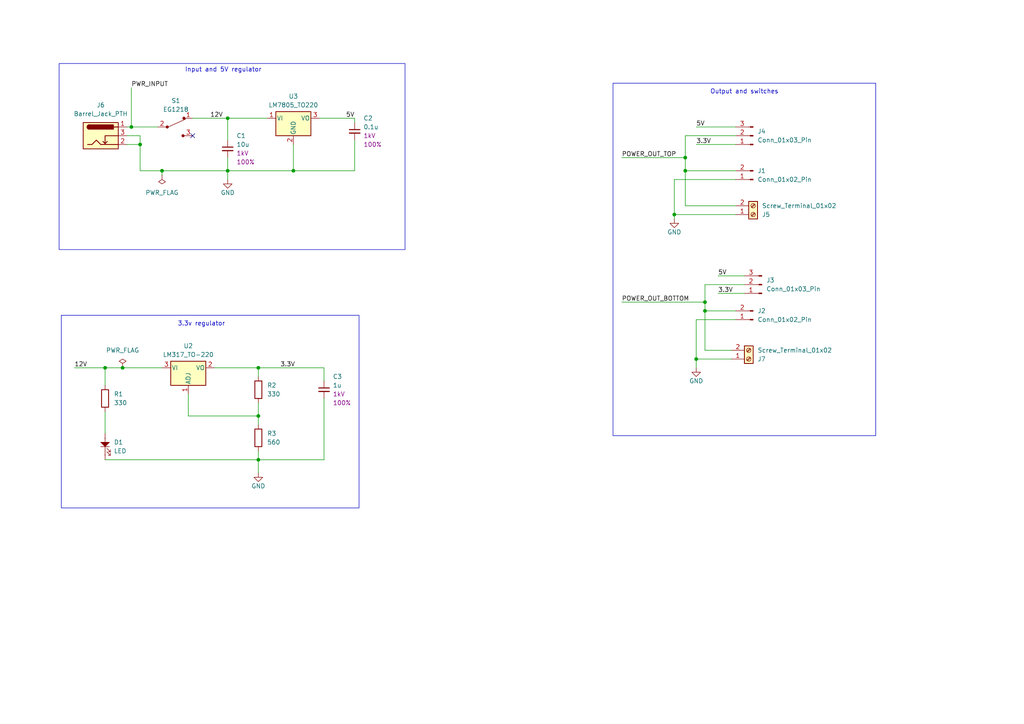
<source format=kicad_sch>
(kicad_sch (version 20250114) (generator "eeschema") (generator_version "9.0")
  (paper "A4")
  (title_block (title "Breadboard power supply") (date "2025-11-29") (rev "Version 1") (company "JPIndustries") (comment 1 "Author: Jose Padilla"))
  (lib_symbols
    (symbol "Connector:Conn_01x02_Pin" (pin_names (offset 1.016) (hide yes))
      (property "Reference" "J" (at 0 2.54 0))
      (property "Value" "Conn_01x02_Pin" (at 0 -5.08 0))
      (symbol "Conn_01x02_Pin_1_1"
        (rectangle (start 0.8636 0.127) (end 0 -0.127) (stroke (width 0.1524)) (fill (type outline)))
        (rectangle (start 0.8636 -2.413) (end 0 -2.667) (stroke (width 0.1524)) (fill (type outline)))
        (polyline (pts (xy 1.27 0) (xy 0.8636 0)) (stroke (width 0.1524)))
        (polyline (pts (xy 1.27 -2.54) (xy 0.8636 -2.54)) (stroke (width 0.1524)))
        (pin passive line (at 5.08 0 180) (length 3.81) (name "Pin_1") (number "1"))
        (pin passive line (at 5.08 -2.54 180) (length 3.81) (name "Pin_2") (number "2"))
      )
    )
    (symbol "Connector:Conn_01x03_Pin" (pin_names (offset 1.016) (hide yes))
      (property "Reference" "J" (at 0 5.08 0))
      (property "Value" "Conn_01x03_Pin" (at 0 -5.08 0))
      (symbol "Conn_01x03_Pin_1_1"
        (rectangle (start 0.8636 2.667) (end 0 2.413) (stroke (width 0.1524)) (fill (type outline)))
        (rectangle (start 0.8636 0.127) (end 0 -0.127) (stroke (width 0.1524)) (fill (type outline)))
        (rectangle (start 0.8636 -2.413) (end 0 -2.667) (stroke (width 0.1524)) (fill (type outline)))
        (polyline (pts (xy 1.27 2.54) (xy 0.8636 2.54)) (stroke (width 0.1524)))
        (polyline (pts (xy 1.27 0) (xy 0.8636 0)) (stroke (width 0.1524)))
        (polyline (pts (xy 1.27 -2.54) (xy 0.8636 -2.54)) (stroke (width 0.1524)))
        (pin passive line (at 5.08 2.54 180) (length 3.81) (name "Pin_1") (number "1"))
        (pin passive line (at 5.08 0 180) (length 3.81) (name "Pin_2") (number "2"))
        (pin passive line (at 5.08 -2.54 180) (length 3.81) (name "Pin_3") (number "3"))
      )
    )
    (symbol "Connector:Screw_Terminal_01x02" (pin_names (offset 1.016) (hide yes))
      (property "Reference" "J" (at 0 2.54 0))
      (property "Value" "Screw_Terminal_01x02" (at 0 -5.08 0))
      (symbol "Screw_Terminal_01x02_1_1"
        (rectangle (start -1.27 1.27) (end 1.27 -3.81) (stroke (width 0.254)) (fill (type background)))
        (polyline (pts (xy -0.5334 0.3302) (xy 0.3302 -0.508)) (stroke (width 0.1524)))
        (polyline (pts (xy -0.5334 -2.2098) (xy 0.3302 -3.048)) (stroke (width 0.1524)))
        (polyline (pts (xy -0.3556 0.508) (xy 0.508 -0.3302)) (stroke (width 0.1524)))
        (polyline (pts (xy -0.3556 -2.032) (xy 0.508 -2.8702)) (stroke (width 0.1524)))
        (circle (center 0 0) (radius 0.635) (stroke (width 0.1524)))
        (circle (center 0 -2.54) (radius 0.635) (stroke (width 0.1524)))
        (pin passive line (at -5.08 0 0) (length 3.81) (name "Pin_1") (number "1"))
        (pin passive line (at -5.08 -2.54 0) (length 3.81) (name "Pin_2") (number "2"))
      )
    )
    (symbol "Device:R" (pin_numbers (hide yes)) (pin_names (offset 0))
      (property "Reference" "R" (at 2.032 0 90))
      (property "Value" "R" (at 0 0 90))
      (symbol "R_0_1"
        (rectangle (start -1.016 -2.54) (end 1.016 2.54) (stroke (width 0.254)))
      )
      (symbol "R_1_1"
        (pin passive line (at 0 3.81 270) (length 1.27) (name "~") (number "1"))
        (pin passive line (at 0 -3.81 90) (length 1.27) (name "~") (number "2"))
      )
    )
    (symbol "PCM_SL_Devices:LED"
      (property "Reference" "D" (at -0.508 5.334 0))
      (property "Value" "LED" (at -0.508 2.794 0))
      (symbol "LED_0_1"
        (polyline (pts (xy -1.27 0) (xy -2.54 0)))
        (polyline (pts (xy 0 1.27) (xy 0 -1.27)))
        (polyline (pts (xy 0 0) (xy -1.27 -1.27) (xy -1.27 1.27) (xy 0 0) (xy 1.27 0)) (fill (type outline)))
        (polyline (pts (xy 0.508 0.508) (xy 1.524 1.524)))
        (polyline (pts (xy 1.27 0) (xy 2.54 0)))
        (polyline (pts (xy 1.524 1.524) (xy 0.889 1.524)))
        (polyline (pts (xy 1.524 1.524) (xy 1.524 0.889)))
        (polyline (pts (xy 1.524 0.508) (xy 2.54 1.524)))
        (polyline (pts (xy 2.54 1.524) (xy 1.905 1.524)))
        (polyline (pts (xy 2.54 1.524) (xy 2.54 0.889)))
      )
      (symbol "LED_1_1"
        (pin passive line (at -3.81 0 0) (length 1.5) (name "") (number "2"))
        (pin passive line (at 3.81 0 180) (length 1.5) (name "~") (number "1"))
      )
    )
    (symbol "PCM_SparkFun-Capacitor:C" (pin_numbers (hide yes)) (pin_names (offset 0.254))
      (property "Reference" "C" (at 0.635 2.54 0))
      (property "Value" "C" (at 0.635 -2.54 0))
      (property "Voltage" "1kV" (at 0 -6.35 0))
      (property "Tolerance" "100%" (at 0 -8.89 0))
      (symbol "C_0_1"
        (polyline (pts (xy -1.524 0.508) (xy 1.524 0.508)) (stroke (width 0.3048)))
        (polyline (pts (xy -1.524 -0.508) (xy 1.524 -0.508)) (stroke (width 0.3302)))
      )
      (symbol "C_1_1"
        (pin passive line (at 0 2.54 270) (length 2.032) (name "~") (number "1"))
        (pin passive line (at 0 -2.54 90) (length 2.032) (name "~") (number "2"))
      )
    )
    (symbol "PCM_SparkFun-Connector:Barrel_Jack_PTH" (pin_names (hide yes))
      (property "Reference" "J" (at 0 5.334 0))
      (property "Value" "Barrel_Jack_PTH" (at 0 -5.08 0))
      (symbol "Barrel_Jack_PTH_0_1"
        (rectangle (start -5.08 3.81) (end 5.08 -3.81) (stroke (width 0.254)) (fill (type background)))
        (polyline (pts (xy -3.81 -2.54) (xy -2.54 -2.54) (xy -1.27 -1.27) (xy 0 -2.54) (xy 2.54 -2.54) (xy 5.08 -2.54)) (stroke (width 0.254)))
        (arc (start -3.302 1.905) (mid -3.9343 2.54) (end -3.302 3.175) (stroke (width 0.254)))
        (arc (start -3.302 1.905) (mid -3.9343 2.54) (end -3.302 3.175) (stroke (width 0.254)) (fill (type outline)))
        (polyline (pts (xy 1.27 -2.286) (xy 1.905 -1.651)) (stroke (width 0.254)))
        (rectangle (start 3.683 3.175) (end -3.302 1.905) (stroke (width 0.254)) (fill (type outline)))
        (polyline (pts (xy 5.08 2.54) (xy 3.81 2.54)) (stroke (width 0.254)))
        (polyline (pts (xy 5.08 0) (xy 1.27 0) (xy 1.27 -2.286) (xy 0.635 -1.651)) (stroke (width 0.254)))
      )
      (symbol "Barrel_Jack_PTH_1_1"
        (pin passive line (at 7.62 2.54 180) (length 2.54) (name "PWR") (number "1"))
        (pin passive line (at 7.62 0 180) (length 2.54) (name "GNDBREAK") (number "3"))
        (pin passive line (at 7.62 -2.54 180) (length 2.54) (name "GND") (number "2"))
      )
    )
    (symbol "PCM_SparkFun-PowerSymbol:GND" (power) (pin_names (offset 0))
      (property "Value" "GND" (at 0 -3.81 0))
      (symbol "GND_0_1"
        (polyline (pts (xy 0 0) (xy 0 -1.27) (xy 1.27 -1.27) (xy 0 -2.54) (xy -1.27 -1.27) (xy 0 -1.27)))
      )
      (symbol "GND_1_1"
        (pin power_in line (at 0 0 270) (length 0) (hide yes) (name "GND") (number "1"))
      )
    )
    (symbol "Regulator_Linear:LM317_TO-220" (pin_names (offset 0.254))
      (property "Reference" "U" (at -3.81 3.175 0))
      (property "Value" "LM317_TO-220" (at 0 3.175 0))
      (symbol "LM317_TO-220_0_1"
        (rectangle (start -5.08 1.905) (end 5.08 -5.08) (stroke (width 0.254)) (fill (type background)))
      )
      (symbol "LM317_TO-220_1_1"
        (pin power_in line (at -7.62 0 0) (length 2.54) (name "VI") (number "3"))
        (pin input line (at 0 -7.62 90) (length 2.54) (name "ADJ") (number "1"))
        (pin power_out line (at 7.62 0 180) (length 2.54) (name "VO") (number "2"))
      )
    )
    (symbol "Regulator_Linear:LM7805_TO220" (pin_names (offset 0.254))
      (property "Reference" "U" (at -3.81 3.175 0))
      (property "Value" "LM7805_TO220" (at 0 3.175 0))
      (symbol "LM7805_TO220_0_1"
        (rectangle (start -5.08 1.905) (end 5.08 -5.08) (stroke (width 0.254)) (fill (type background)))
      )
      (symbol "LM7805_TO220_1_1"
        (pin power_in line (at -7.62 0 0) (length 2.54) (name "VI") (number "1"))
        (pin power_in line (at 0 -7.62 90) (length 2.54) (name "GND") (number "2"))
        (pin power_out line (at 7.62 0 180) (length 2.54) (name "VO") (number "3"))
      )
    )
    (symbol "dk_Slide-Switches:EG1218" (pin_names (offset 0))
      (property "Reference" "S" (at -3.81 2.286 0))
      (property "Value" "EG1218" (at 0 -5.334 0))
      (symbol "EG1218_0_1"
        (circle (center -2.286 0) (radius 0.3556) (fill (type outline)))
        (polyline (pts (xy -2.032 0) (xy 3.048 2.286)))
        (circle (center 2.286 -2.54) (radius 0.3556) (fill (type outline)))
        (circle (center 2.54 2.54) (radius 0.3556) (fill (type outline)))
      )
      (symbol "EG1218_1_1"
        (pin passive line (at -5.08 0 0) (length 2.54) (name "~") (number "2"))
        (pin passive line (at 5.08 2.54 180) (length 2.54) (name "~") (number "1"))
        (pin passive line (at 5.08 -2.54 180) (length 2.54) (name "~") (number "3"))
      )
    )
    (symbol "power:PWR_FLAG" (power) (pin_numbers (hide yes)) (pin_names (offset 0) (hide yes))
      (property "Value" "PWR_FLAG" (at 0 3.81 0))
      (symbol "PWR_FLAG_0_0"
        (pin power_out line (at 0 0 90) (length 0) (name "~") (number "1"))
      )
      (symbol "PWR_FLAG_0_1"
        (polyline (pts (xy 0 0) (xy 0 1.27) (xy -1.016 1.905) (xy 0 2.54) (xy 1.016 1.905) (xy 0 1.27)))
      )
    )
  )
  (rectangle (start 177.8 24.13) (end 254 126.365))
  (rectangle (start 17.145 18.415) (end 117.475 72.39))
  (rectangle (start 17.78 91.44) (end 104.14 147.32))
  (text "3.3v regulator\n" (at 58.42 93.98 0) (effects (font (size 1.27 1.27))))
  (text "Input and 5V regulator" (at 64.77 20.32 0) (effects (font (size 1.27 1.27))))
  (text "Output and switches\n" (at 215.9 26.67 0) (effects (font (size 1.27 1.27))))
  (junction (at 204.47 87.63))
  (junction (at 30.48 106.68))
  (junction (at 38.1 36.83))
  (junction (at 66.04 49.53))
  (junction (at 35.56 106.68))
  (junction (at 46.99 49.53))
  (junction (at 74.93 120.65))
  (junction (at 85.09 49.53))
  (junction (at 66.04 34.29))
  (junction (at 198.755 49.53))
  (junction (at 195.58 62.23))
  (junction (at 204.47 90.17))
  (junction (at 74.93 106.68))
  (junction (at 201.93 104.14))
  (junction (at 40.64 41.91))
  (junction (at 74.93 133.35))
  (junction (at 198.755 45.72))
  (no_connect (at 55.88 39.37))
  (wire (pts (xy 204.47 82.55) (xy 204.47 87.63)))
  (wire (pts (xy 198.755 45.72) (xy 180.34 45.72)))
  (wire (pts (xy 204.47 90.17) (xy 213.36 90.17)))
  (wire (pts (xy 212.09 104.14) (xy 201.93 104.14)))
  (wire (pts (xy 102.87 40.64) (xy 102.87 49.53)))
  (wire (pts (xy 36.83 41.91) (xy 40.64 41.91)))
  (wire (pts (xy 213.36 39.37) (xy 198.755 39.37)))
  (wire (pts (xy 36.83 39.37) (xy 40.64 39.37)))
  (wire (pts (xy 92.71 34.29) (xy 102.87 34.29)))
  (wire (pts (xy 74.93 133.35) (xy 74.93 130.81)))
  (wire (pts (xy 212.09 101.6) (xy 204.47 101.6)))
  (wire (pts (xy 35.56 106.68) (xy 46.99 106.68)))
  (wire (pts (xy 201.93 92.71) (xy 201.93 104.14)))
  (wire (pts (xy 66.04 45.72) (xy 66.04 49.53)))
  (wire (pts (xy 213.36 92.71) (xy 201.93 92.71)))
  (wire (pts (xy 54.61 120.65) (xy 74.93 120.65)))
  (wire (pts (xy 46.99 50.8) (xy 46.99 49.53)))
  (wire (pts (xy 198.755 49.53) (xy 213.36 49.53)))
  (wire (pts (xy 66.04 34.29) (xy 66.04 40.64)))
  (wire (pts (xy 195.58 62.23) (xy 213.36 62.23)))
  (wire (pts (xy 66.04 52.07) (xy 66.04 49.53)))
  (wire (pts (xy 85.09 49.53) (xy 66.04 49.53)))
  (wire (pts (xy 204.47 90.17) (xy 204.47 101.6)))
  (wire (pts (xy 30.48 111.76) (xy 30.48 106.68)))
  (wire (pts (xy 215.9 82.55) (xy 204.47 82.55)))
  (wire (pts (xy 40.64 39.37) (xy 40.64 41.91)))
  (wire (pts (xy 195.58 62.23) (xy 195.58 63.5)))
  (wire (pts (xy 208.28 85.09) (xy 215.9 85.09)))
  (wire (pts (xy 93.98 133.35) (xy 74.93 133.35)))
  (wire (pts (xy 30.48 133.35) (xy 74.93 133.35)))
  (wire (pts (xy 208.28 80.01) (xy 215.9 80.01)))
  (wire (pts (xy 74.93 116.84) (xy 74.93 120.65)))
  (wire (pts (xy 38.1 36.83) (xy 45.72 36.83)))
  (wire (pts (xy 102.87 34.29) (xy 102.87 35.56)))
  (wire (pts (xy 102.87 49.53) (xy 85.09 49.53)))
  (wire (pts (xy 93.98 115.57) (xy 93.98 133.35)))
  (wire (pts (xy 30.48 106.68) (xy 35.56 106.68)))
  (wire (pts (xy 30.48 119.38) (xy 30.48 125.73)))
  (wire (pts (xy 74.93 133.35) (xy 74.93 137.16)))
  (wire (pts (xy 40.64 49.53) (xy 46.99 49.53)))
  (wire (pts (xy 213.36 59.69) (xy 198.755 59.69)))
  (wire (pts (xy 201.93 104.14) (xy 201.93 106.68)))
  (wire (pts (xy 40.64 41.91) (xy 40.64 49.53)))
  (wire (pts (xy 55.88 34.29) (xy 66.04 34.29)))
  (wire (pts (xy 74.93 106.68) (xy 74.93 109.22)))
  (wire (pts (xy 204.47 87.63) (xy 204.47 90.17)))
  (wire (pts (xy 62.23 106.68) (xy 74.93 106.68)))
  (wire (pts (xy 213.36 52.07) (xy 195.58 52.07)))
  (wire (pts (xy 36.83 36.83) (xy 38.1 36.83)))
  (wire (pts (xy 201.93 41.91) (xy 213.36 41.91)))
  (wire (pts (xy 21.59 106.68) (xy 30.48 106.68)))
  (wire (pts (xy 180.34 87.63) (xy 204.47 87.63)))
  (wire (pts (xy 38.1 25.4) (xy 38.1 36.83)))
  (wire (pts (xy 201.93 36.83) (xy 213.36 36.83)))
  (wire (pts (xy 54.61 114.3) (xy 54.61 120.65)))
  (wire (pts (xy 85.09 41.91) (xy 85.09 49.53)))
  (wire (pts (xy 195.58 52.07) (xy 195.58 62.23)))
  (wire (pts (xy 198.755 45.72) (xy 198.755 49.53)))
  (wire (pts (xy 74.93 120.65) (xy 74.93 123.19)))
  (wire (pts (xy 198.755 39.37) (xy 198.755 45.72)))
  (wire (pts (xy 66.04 34.29) (xy 77.47 34.29)))
  (wire (pts (xy 46.99 49.53) (xy 66.04 49.53)))
  (wire (pts (xy 93.98 106.68) (xy 93.98 110.49)))
  (wire (pts (xy 74.93 106.68) (xy 93.98 106.68)))
  (wire (pts (xy 198.755 59.69) (xy 198.755 49.53)))
  (label "12V" (at 21.59 106.68 0))
  (label "POWER_OUT_BOTTOM" (at 180.34 87.63 0))
  (label "12V" (at 60.96 34.29 0))
  (label "5V" (at 208.28 80.01 0))
  (label "POWER_OUT_TOP" (at 180.34 45.72 0))
  (label "PWR_INPUT" (at 38.1 25.4 0))
  (label "3.3V" (at 201.93 41.91 0))
  (label "3.3V" (at 208.28 85.09 0))
  (label "3.3V" (at 81.28 106.68 0))
  (label "5V" (at 100.33 34.29 0))
  (label "5V" (at 201.93 36.83 0))
  (symbol (lib_id "power:PWR_FLAG") (at 35.56 106.68 0) (unit 1)
    (property "Reference" "#FLG02" (effects (hide yes)))
    (property "Value" "PWR_FLAG" (at 35.56 101.6 0))
    (property "Description" "Special symbol for telling ERC where power comes from" (effects (hide yes)))
  )
  (symbol (lib_id "Regulator_Linear:LM317_TO-220") (at 54.61 106.68 0) (unit 1)
    (property "Reference" "U2" (at 54.61 100.33 0))
    (property "Value" "LM317_TO-220" (at 54.61 102.87 0))
    (property "Footprint" "Package_TO_SOT_THT:TO-220-3_Vertical" (effects (hide yes)))
    (property "Datasheet" "http://www.ti.com/lit/ds/symlink/lm317.pdf" (effects (hide yes)))
    (property "Description" "1.5A 35V Adjustable Linear Regulator, TO-220" (effects (hide yes)))
  )
  (symbol (lib_id "PCM_SparkFun-PowerSymbol:GND") (at 66.04 52.07 0) (unit 1)
    (property "Reference" "#PWR01" (effects (hide yes)))
    (property "Value" "GND" (at 66.04 55.88 0))
    (property "Description" "Power symbol creates a global label with name \"GND\" , ground" (effects (hide yes)))
  )
  (symbol (lib_id "PCM_SparkFun-PowerSymbol:GND") (at 74.93 137.16 0) (unit 1)
    (property "Reference" "#PWR02" (effects (hide yes)))
    (property "Value" "GND" (at 74.93 140.97 0))
    (property "Description" "Power symbol creates a global label with name \"GND\" , ground" (effects (hide yes)))
  )
  (symbol (lib_id "PCM_SparkFun-Capacitor:C") (at 93.98 113.03 0) (unit 1)
    (property "Reference" "C3" (at 96.52 109.2262 0) (effects (justify left)))
    (property "Value" "1u" (at 96.52 111.7662 0) (effects (justify left)))
    (property "Footprint" "Capacitor_THT:C_Disc_D3.0mm_W1.6mm_P2.50mm" (effects (hide yes)))
    (property "Datasheet" "https://cdn.sparkfun.com/assets/8/a/4/a/5/Kemet_Capacitor_Datasheet.pdf" (effects (hide yes)))
    (property "Description" "Unpolarized capacitor" (effects (hide yes)))
    (property "PROD_ID" "CAP-00000" (effects (hide yes)))
    (property "Voltage" "1kV" (at 96.52 114.3062 0) (effects (justify left)))
    (property "Tolerance" "100%" (at 96.52 116.8462 0) (effects (justify left)))
  )
  (symbol (lib_id "PCM_SparkFun-PowerSymbol:GND") (at 195.58 63.5 0) (unit 1)
    (property "Reference" "#PWR04" (effects (hide yes)))
    (property "Value" "GND" (at 195.58 67.31 0))
    (property "Description" "Power symbol creates a global label with name \"GND\" , ground" (effects (hide yes)))
  )
  (symbol (lib_id "Device:R") (at 74.93 127 180) (unit 1)
    (property "Reference" "R3" (at 77.47 125.7299 0) (effects (justify right)))
    (property "Value" "560" (at 77.47 128.2699 0) (effects (justify right)))
    (property "Footprint" "Resistor_THT:R_Axial_DIN0204_L3.6mm_D1.6mm_P7.62mm_Horizontal" (effects (hide yes)))
    (property "Description" "Resistor" (effects (hide yes)))
  )
  (symbol (lib_id "PCM_SparkFun-Capacitor:C") (at 102.87 38.1 0) (unit 1)
    (property "Reference" "C2" (at 105.41 34.2962 0) (effects (justify left)))
    (property "Value" "0.1u" (at 105.41 36.8362 0) (effects (justify left)))
    (property "Footprint" "Capacitor_THT:C_Disc_D3.0mm_W1.6mm_P2.50mm" (effects (hide yes)))
    (property "Datasheet" "https://cdn.sparkfun.com/assets/8/a/4/a/5/Kemet_Capacitor_Datasheet.pdf" (effects (hide yes)))
    (property "Description" "Unpolarized capacitor" (effects (hide yes)))
    (property "PROD_ID" "CAP-00000" (effects (hide yes)))
    (property "Voltage" "1kV" (at 105.41 39.3762 0) (effects (justify left)))
    (property "Tolerance" "100%" (at 105.41 41.9162 0) (effects (justify left)))
  )
  (symbol (lib_id "Device:R") (at 74.93 113.03 180) (unit 1)
    (property "Reference" "R2" (at 77.47 111.7599 0) (effects (justify right)))
    (property "Value" "330" (at 77.47 114.2999 0) (effects (justify right)))
    (property "Footprint" "Resistor_THT:R_Axial_DIN0204_L3.6mm_D1.6mm_P7.62mm_Horizontal" (effects (hide yes)))
    (property "Description" "Resistor" (effects (hide yes)))
  )
  (symbol (lib_id "power:PWR_FLAG") (at 46.99 50.8 180) (unit 1)
    (property "Reference" "#FLG01" (effects (hide yes)))
    (property "Value" "PWR_FLAG" (at 46.99 55.88 0))
    (property "Description" "Special symbol for telling ERC where power comes from" (effects (hide yes)))
  )
  (symbol (lib_id "Device:R") (at 30.48 115.57 180) (unit 1)
    (property "Reference" "R1" (at 33.02 114.2999 0) (effects (justify right)))
    (property "Value" "330" (at 33.02 116.8399 0) (effects (justify right)))
    (property "Footprint" "Resistor_THT:R_Axial_DIN0204_L3.6mm_D1.6mm_P7.62mm_Horizontal" (effects (hide yes)))
    (property "Description" "Resistor" (effects (hide yes)))
  )
  (symbol (lib_id "PCM_SparkFun-Connector:Barrel_Jack_PTH") (at 29.21 39.37 0) (unit 1)
    (property "Reference" "J6" (at 29.21 30.48 0))
    (property "Value" "Barrel_Jack_PTH" (at 29.21 33.02 0))
    (property "Footprint" "PCM_SparkFun-Connector:Barrel_Jack_PTH" (effects (hide yes)))
    (property "Datasheet" "https://www.sparkfun.com/datasheets/Prototyping/Barrel-Connector-PJ-202A.pdf" (effects (hide yes)))
    (property "Description" "DC Barrel Jack with an internal switch" (effects (hide yes)))
    (property "PROD_ID" "CONN-08197" (effects (hide yes)))
  )
  (symbol (lib_id "PCM_SparkFun-Capacitor:C") (at 66.04 43.18 0) (unit 1)
    (property "Reference" "C1" (at 68.58 39.3762 0) (effects (justify left)))
    (property "Value" "10u" (at 68.58 41.9162 0) (effects (justify left)))
    (property "Footprint" "Capacitor_THT:C_Disc_D3.0mm_W1.6mm_P2.50mm" (effects (hide yes)))
    (property "Datasheet" "https://cdn.sparkfun.com/assets/8/a/4/a/5/Kemet_Capacitor_Datasheet.pdf" (effects (hide yes)))
    (property "Description" "Unpolarized capacitor" (effects (hide yes)))
    (property "PROD_ID" "CAP-00000" (effects (hide yes)))
    (property "Voltage" "1kV" (at 68.58 44.4562 0) (effects (justify left)))
    (property "Tolerance" "100%" (at 68.58 46.9962 0) (effects (justify left)))
  )
  (symbol (lib_id "PCM_SparkFun-PowerSymbol:GND") (at 201.93 106.68 0) (unit 1)
    (property "Reference" "#PWR03" (effects (hide yes)))
    (property "Value" "GND" (at 201.93 110.49 0))
    (property "Description" "Power symbol creates a global label with name \"GND\" , ground" (effects (hide yes)))
  )
  (symbol (lib_id "PCM_SL_Devices:LED") (at 30.48 129.54 270) (unit 1)
    (property "Reference" "D1" (at 33.02 128.2699 90) (effects (justify left)))
    (property "Value" "LED" (at 33.02 130.8099 90) (effects (justify left)))
    (property "Footprint" "LED_THT:LED_D5.0mm" (effects (hide yes)))
    (property "Description" "5mm diameter LED - Power indicator" (effects (hide yes)))
  )
  (symbol (lib_id "Regulator_Linear:LM7805_TO220") (at 85.09 34.29 0) (unit 1)
    (property "Reference" "U3" (at 85.09 27.94 0))
    (property "Value" "LM7805_TO220" (at 85.09 30.48 0))
    (property "Footprint" "Package_TO_SOT_THT:TO-220-3_Vertical" (effects (hide yes)))
    (property "Datasheet" "https://www.onsemi.cn/PowerSolutions/document/MC7800-D.PDF" (effects (hide yes)))
    (property "Description" "Positive 1A 35V Linear Regulator, Fixed Output 5V, TO-220" (effects (hide yes)))
  )
  (symbol (lib_id "dk_Slide-Switches:EG1218") (at 50.8 36.83 0) (unit 1)
    (property "Reference" "S1" (at 51.0032 29.21 0))
    (property "Value" "EG1218" (at 51.0032 31.75 0))
    (property "Footprint" "digikey-footprints:Switch_Slide_11.6x4mm_EG1218" (effects (hide yes)))
    (property "Datasheet" "http://spec_sheets.e-switch.com/specs/P040040.pdf" (effects (hide yes)))
    (property "Description" "SWITCH SLIDE SPDT 200MA 30V" (effects (hide yes)))
    (property "Digi-Key_PN" "EG1903-ND" (effects (hide yes)))
    (property "MPN" "EG1218" (effects (hide yes)))
    (property "Category" "Switches" (effects (hide yes)))
    (property "Family" "Slide Switches" (effects (hide yes)))
    (property "DK_Datasheet_Link" "http://spec_sheets.e-switch.com/specs/P040040.pdf" (effects (hide yes)))
    (property "DK_Detail_Page" "/product-detail/en/e-switch/EG1218/EG1903-ND/101726" (effects (hide yes)))
    (property "Description_1" "SWITCH SLIDE SPDT 200MA 30V" (effects (hide yes)))
    (property "Manufacturer" "E-Switch" (effects (hide yes)))
    (property "Status" "Active" (effects (hide yes)))
  )
  (symbol (lib_id "Connector:Conn_01x03_Pin") (at 220.98 82.55 180) (unit 1)
    (property "Reference" "J3" (at 222.25 81.2799 0) (effects (justify right)))
    (property "Value" "Conn_01x03_Pin" (at 222.25 83.8199 0) (effects (justify right)))
    (property "Footprint" "Connector_PinHeader_2.54mm:PinHeader_1x03_P2.54mm_Vertical" (effects (hide yes)))
    (property "Description" "Generic connector, single row, 01x03, script generated" (effects (hide yes)))
  )
  (symbol (lib_id "Connector:Conn_01x02_Pin") (at 218.44 92.71 180) (unit 1)
    (property "Reference" "J2" (at 219.71 90.1699 0) (effects (justify right)))
    (property "Value" "Conn_01x02_Pin" (at 219.71 92.7099 0) (effects (justify right)))
    (property "Footprint" "Connector_PinHeader_2.54mm:PinHeader_1x02_P2.54mm_Vertical" (effects (hide yes)))
    (property "Description" "Generic connector, single row, 01x02, script generated" (effects (hide yes)))
  )
  (symbol (lib_id "Connector:Conn_01x02_Pin") (at 218.44 52.07 180) (unit 1)
    (property "Reference" "J1" (at 219.71 49.5299 0) (effects (justify right)))
    (property "Value" "Conn_01x02_Pin" (at 219.71 52.0699 0) (effects (justify right)))
    (property "Footprint" "Connector_PinHeader_2.54mm:PinHeader_1x02_P2.54mm_Vertical" (effects (hide yes)))
    (property "Description" "Generic connector, single row, 01x02, script generated" (effects (hide yes)))
  )
  (symbol (lib_id "Connector:Conn_01x03_Pin") (at 218.44 39.37 180) (unit 1)
    (property "Reference" "J4" (at 219.71 38.0999 0) (effects (justify right)))
    (property "Value" "Conn_01x03_Pin" (at 219.71 40.6399 0) (effects (justify right)))
    (property "Footprint" "Connector_PinHeader_2.54mm:PinHeader_1x03_P2.54mm_Vertical" (effects (hide yes)))
    (property "Description" "Generic connector, single row, 01x03, script generated" (effects (hide yes)))
  )
  (symbol (lib_id "Connector:Screw_Terminal_01x02") (at 217.17 104.14 0) (mirror x) (unit 1)
    (property "Reference" "J7" (at 219.71 104.1401 0) (effects (justify left)))
    (property "Value" "Screw_Terminal_01x02" (at 219.71 101.6001 0) (effects (justify left)))
    (property "Footprint" "TerminalBlock:TerminalBlock_MaiXu_MX126-5.0-02P_1x02_P5.00mm" (effects (hide yes)))
    (property "Description" "Generic screw terminal, single row, 01x02, script generated (kicad-library-utils/schlib/autogen/connector/)" (effects (hide yes)))
  )
  (symbol (lib_id "Connector:Screw_Terminal_01x02") (at 218.44 62.23 0) (mirror x) (unit 1)
    (property "Reference" "J5" (at 220.98 62.2301 0) (effects (justify left)))
    (property "Value" "Screw_Terminal_01x02" (at 220.98 59.6901 0) (effects (justify left)))
    (property "Footprint" "TerminalBlock:TerminalBlock_MaiXu_MX126-5.0-02P_1x02_P5.00mm" (effects (hide yes)))
    (property "Description" "Generic screw terminal, single row, 01x02, script generated (kicad-library-utils/schlib/autogen/connector/)" (effects (hide yes)))
  )
)
</source>
